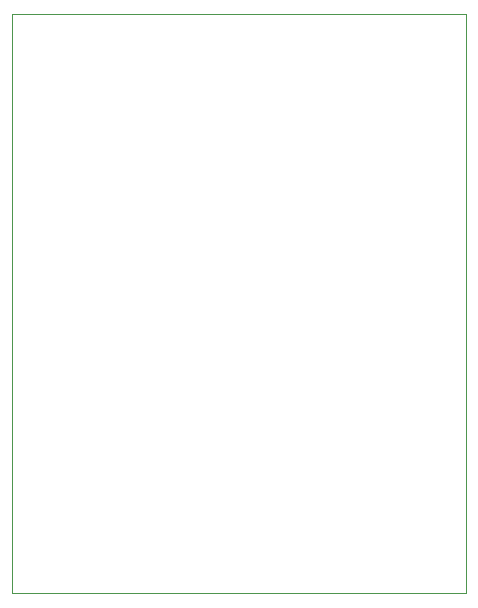
<source format=gbr>
%TF.GenerationSoftware,KiCad,Pcbnew,8.0.6*%
%TF.CreationDate,2024-11-04T17:24:49-05:00*%
%TF.ProjectId,polulu_motor,706f6c75-6c75-45f6-9d6f-746f722e6b69,rev?*%
%TF.SameCoordinates,Original*%
%TF.FileFunction,Profile,NP*%
%FSLAX46Y46*%
G04 Gerber Fmt 4.6, Leading zero omitted, Abs format (unit mm)*
G04 Created by KiCad (PCBNEW 8.0.6) date 2024-11-04 17:24:49*
%MOMM*%
%LPD*%
G01*
G04 APERTURE LIST*
%TA.AperFunction,Profile*%
%ADD10C,0.050000*%
%TD*%
G04 APERTURE END LIST*
D10*
X113500000Y-43000000D02*
X152000000Y-43000000D01*
X152000000Y-92000000D01*
X113500000Y-92000000D01*
X113500000Y-43000000D01*
M02*

</source>
